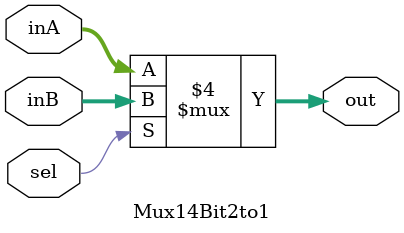
<source format=v>
`timescale 1ns / 1ps


module Mux14Bit2to1(out, inA, inB, sel);

    output reg [13:0] out;
    
    input [13:0] inA;
    input [13:0] inB;
    input sel;

    /* Fill in the implementation here ... */ 
    always @ (inA, inB, sel) begin
       if (sel == 1)
            out <= inB;    
       else
            out <= inA;
    end
endmodule


</source>
